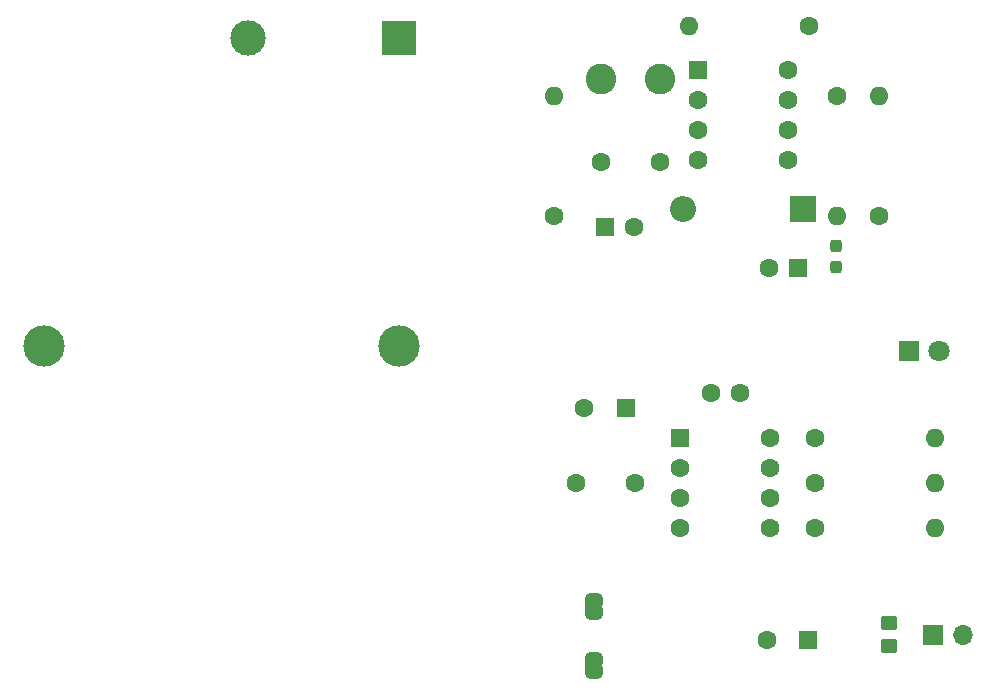
<source format=gbr>
%TF.GenerationSoftware,KiCad,Pcbnew,9.0.0*%
%TF.CreationDate,2025-03-06T18:24:39+01:00*%
%TF.ProjectId,GettingToBlinky,47657474-696e-4675-946f-426c696e6b79,rev?*%
%TF.SameCoordinates,Original*%
%TF.FileFunction,Soldermask,Top*%
%TF.FilePolarity,Negative*%
%FSLAX46Y46*%
G04 Gerber Fmt 4.6, Leading zero omitted, Abs format (unit mm)*
G04 Created by KiCad (PCBNEW 9.0.0) date 2025-03-06 18:24:39*
%MOMM*%
%LPD*%
G01*
G04 APERTURE LIST*
G04 Aperture macros list*
%AMRoundRect*
0 Rectangle with rounded corners*
0 $1 Rounding radius*
0 $2 $3 $4 $5 $6 $7 $8 $9 X,Y pos of 4 corners*
0 Add a 4 corners polygon primitive as box body*
4,1,4,$2,$3,$4,$5,$6,$7,$8,$9,$2,$3,0*
0 Add four circle primitives for the rounded corners*
1,1,$1+$1,$2,$3*
1,1,$1+$1,$4,$5*
1,1,$1+$1,$6,$7*
1,1,$1+$1,$8,$9*
0 Add four rect primitives between the rounded corners*
20,1,$1+$1,$2,$3,$4,$5,0*
20,1,$1+$1,$4,$5,$6,$7,0*
20,1,$1+$1,$6,$7,$8,$9,0*
20,1,$1+$1,$8,$9,$2,$3,0*%
%AMFreePoly0*
4,1,23,0.500000,-0.750000,0.000000,-0.750000,0.000000,-0.745722,-0.065263,-0.745722,-0.191342,-0.711940,-0.304381,-0.646677,-0.396677,-0.554381,-0.461940,-0.441342,-0.495722,-0.315263,-0.495722,-0.250000,-0.500000,-0.250000,-0.500000,0.250000,-0.495722,0.250000,-0.495722,0.315263,-0.461940,0.441342,-0.396677,0.554381,-0.304381,0.646677,-0.191342,0.711940,-0.065263,0.745722,0.000000,0.745722,
0.000000,0.750000,0.500000,0.750000,0.500000,-0.750000,0.500000,-0.750000,$1*%
%AMFreePoly1*
4,1,23,0.000000,0.745722,0.065263,0.745722,0.191342,0.711940,0.304381,0.646677,0.396677,0.554381,0.461940,0.441342,0.495722,0.315263,0.495722,0.250000,0.500000,0.250000,0.500000,-0.250000,0.495722,-0.250000,0.495722,-0.315263,0.461940,-0.441342,0.396677,-0.554381,0.304381,-0.646677,0.191342,-0.711940,0.065263,-0.745722,0.000000,-0.745722,0.000000,-0.750000,-0.500000,-0.750000,
-0.500000,0.750000,0.000000,0.750000,0.000000,0.745722,0.000000,0.745722,$1*%
G04 Aperture macros list end*
%ADD10C,2.600000*%
%ADD11R,1.600000X1.600000*%
%ADD12C,1.600000*%
%ADD13FreePoly0,90.000000*%
%ADD14FreePoly1,90.000000*%
%ADD15O,1.600000X1.600000*%
%ADD16R,1.700000X1.700000*%
%ADD17O,1.700000X1.700000*%
%ADD18C,3.500000*%
%ADD19R,3.000000X3.000000*%
%ADD20C,3.000000*%
%ADD21RoundRect,0.250000X-0.550000X-0.550000X0.550000X-0.550000X0.550000X0.550000X-0.550000X0.550000X0*%
%ADD22RoundRect,0.250000X-0.450000X0.350000X-0.450000X-0.350000X0.450000X-0.350000X0.450000X0.350000X0*%
%ADD23R,2.200000X2.200000*%
%ADD24O,2.200000X2.200000*%
%ADD25R,1.800000X1.800000*%
%ADD26C,1.800000*%
%ADD27RoundRect,0.237500X0.237500X-0.300000X0.237500X0.300000X-0.237500X0.300000X-0.237500X-0.300000X0*%
G04 APERTURE END LIST*
%TO.C,JP2*%
G36*
X139250000Y-138800000D02*
G01*
X140750000Y-138800000D01*
X140750000Y-138500000D01*
X139250000Y-138500000D01*
X139250000Y-138800000D01*
G37*
%TO.C,JP1*%
G36*
X139250000Y-133800000D02*
G01*
X140750000Y-133800000D01*
X140750000Y-133500000D01*
X139250000Y-133500000D01*
X139250000Y-133800000D01*
G37*
%TD*%
D10*
%TO.C,L1*%
X140637500Y-89000000D03*
X145637500Y-89000000D03*
%TD*%
D11*
%TO.C,C7*%
X158152651Y-136500000D03*
D12*
X154652651Y-136500000D03*
%TD*%
D13*
%TO.C,JP2*%
X140000000Y-139300000D03*
D14*
X140000000Y-138000000D03*
%TD*%
D12*
%TO.C,Rsc1*%
X136637500Y-100580000D03*
D15*
X136637500Y-90420000D03*
%TD*%
D16*
%TO.C,J1*%
X168725000Y-136000000D03*
D17*
X171265000Y-136000000D03*
%TD*%
D11*
%TO.C,C2*%
X157319880Y-105000000D03*
D12*
X154819880Y-105000000D03*
%TD*%
D18*
%TO.C,BT1*%
X123500000Y-111570000D03*
X93500000Y-111570000D03*
D19*
X123500000Y-85500000D03*
D20*
X110700000Y-85500000D03*
%TD*%
D12*
%TO.C,C5*%
X138470000Y-123190000D03*
X143470000Y-123190000D03*
%TD*%
%TO.C,R5*%
X158750000Y-123190000D03*
D15*
X168910000Y-123190000D03*
%TD*%
D21*
%TO.C,U2*%
X147325000Y-119380000D03*
D12*
X147325000Y-121920000D03*
X147325000Y-124460000D03*
X147325000Y-127000000D03*
X154945000Y-127000000D03*
X154945000Y-124460000D03*
X154945000Y-121920000D03*
X154945000Y-119380000D03*
%TD*%
%TO.C,R1*%
X158217500Y-84500000D03*
D15*
X148057500Y-84500000D03*
%TD*%
D11*
%TO.C,C4*%
X142720000Y-116840000D03*
D12*
X139220000Y-116840000D03*
%TD*%
%TO.C,R2*%
X160637500Y-90420000D03*
D15*
X160637500Y-100580000D03*
%TD*%
D11*
%TO.C,C1*%
X140955121Y-101500000D03*
D12*
X143455121Y-101500000D03*
%TD*%
D13*
%TO.C,JP1*%
X140000000Y-134300000D03*
D14*
X140000000Y-133000000D03*
%TD*%
D21*
%TO.C,U1*%
X148855000Y-88190000D03*
D12*
X148855000Y-90730000D03*
X148855000Y-93270000D03*
X148855000Y-95810000D03*
X156475000Y-95810000D03*
X156475000Y-93270000D03*
X156475000Y-90730000D03*
X156475000Y-88190000D03*
%TD*%
%TO.C,R4*%
X158750000Y-119380000D03*
D15*
X168910000Y-119380000D03*
%TD*%
D22*
%TO.C,R7*%
X165000000Y-135000000D03*
X165000000Y-137000000D03*
%TD*%
D12*
%TO.C,C6*%
X152400000Y-115570000D03*
X149900000Y-115570000D03*
%TD*%
%TO.C,Ct1*%
X145637500Y-96000000D03*
X140637500Y-96000000D03*
%TD*%
%TO.C,R3*%
X164137500Y-100580000D03*
D15*
X164137500Y-90420000D03*
%TD*%
D23*
%TO.C,D1*%
X157717500Y-100000000D03*
D24*
X147557500Y-100000000D03*
%TD*%
D25*
%TO.C,D2*%
X166725000Y-112000000D03*
D26*
X169265000Y-112000000D03*
%TD*%
D12*
%TO.C,R6*%
X158750000Y-127000000D03*
D15*
X168910000Y-127000000D03*
%TD*%
D27*
%TO.C,C3*%
X160500000Y-104862500D03*
X160500000Y-103137500D03*
%TD*%
M02*

</source>
